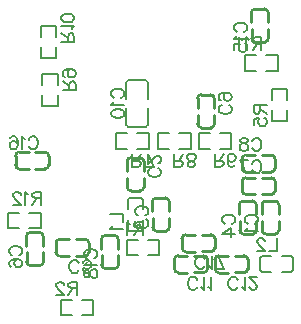
<source format=gbo>
G04 Layer: BottomSilkscreenLayer*
G04 EasyEDA v6.5.38, 2023-12-01 04:26:50*
G04 a14715bac62b4674aedb9b46894eb211,1c5aeea7b1c04971ae88c05baabc065b,10*
G04 Gerber Generator version 0.2*
G04 Scale: 100 percent, Rotated: No, Reflected: No *
G04 Dimensions in millimeters *
G04 leading zeros omitted , absolute positions ,4 integer and 5 decimal *
%FSLAX45Y45*%
%MOMM*%

%ADD10C,0.1524*%
%ADD11C,0.2540*%
%ADD12C,0.1520*%

%LPD*%
D10*
X2742691Y4595621D02*
G01*
X2732277Y4600955D01*
X2721863Y4611370D01*
X2716784Y4621529D01*
X2716784Y4642357D01*
X2721863Y4652771D01*
X2732277Y4663186D01*
X2742691Y4668520D01*
X2758440Y4673600D01*
X2784347Y4673600D01*
X2799841Y4668520D01*
X2810256Y4663186D01*
X2820670Y4652771D01*
X2825750Y4642357D01*
X2825750Y4621529D01*
X2820670Y4611370D01*
X2810256Y4600955D01*
X2799841Y4595621D01*
X2737611Y4561331D02*
G01*
X2732277Y4550918D01*
X2716784Y4535423D01*
X2825750Y4535423D01*
X1981708Y5069078D02*
G01*
X1992122Y5063744D01*
X2002536Y5053329D01*
X2007615Y5043170D01*
X2007615Y5022342D01*
X2002536Y5011928D01*
X1992122Y5001513D01*
X1981708Y4996179D01*
X1965959Y4991100D01*
X1940052Y4991100D01*
X1924557Y4996179D01*
X1914144Y5001513D01*
X1903729Y5011928D01*
X1898650Y5022342D01*
X1898650Y5043170D01*
X1903729Y5053329D01*
X1914144Y5063744D01*
X1924557Y5069078D01*
X1981708Y5108447D02*
G01*
X1986788Y5108447D01*
X1997202Y5113781D01*
X2002536Y5118862D01*
X2007615Y5129276D01*
X2007615Y5150104D01*
X2002536Y5160518D01*
X1997202Y5165597D01*
X1986788Y5170931D01*
X1976374Y5170931D01*
X1965959Y5165597D01*
X1950465Y5155184D01*
X1898650Y5103368D01*
X1898650Y5176012D01*
X1815592Y4666490D02*
G01*
X1805178Y4671824D01*
X1794763Y4682238D01*
X1789684Y4692398D01*
X1789684Y4713226D01*
X1794763Y4723640D01*
X1805178Y4734054D01*
X1815592Y4739388D01*
X1831339Y4744468D01*
X1857247Y4744468D01*
X1872742Y4739388D01*
X1883155Y4734054D01*
X1893570Y4723640D01*
X1898650Y4713226D01*
X1898650Y4692398D01*
X1893570Y4682238D01*
X1883155Y4671824D01*
X1872742Y4666490D01*
X1789684Y4621786D02*
G01*
X1789684Y4564636D01*
X1831339Y4595878D01*
X1831339Y4580384D01*
X1836420Y4569970D01*
X1841500Y4564636D01*
X1857247Y4559556D01*
X1867662Y4559556D01*
X1883155Y4564636D01*
X1893570Y4575050D01*
X1898650Y4590798D01*
X1898650Y4606292D01*
X1893570Y4621786D01*
X1888489Y4627120D01*
X1878076Y4632200D01*
X2552191Y4595621D02*
G01*
X2541777Y4600955D01*
X2531363Y4611370D01*
X2526284Y4621529D01*
X2526284Y4642357D01*
X2531363Y4652771D01*
X2541777Y4663186D01*
X2552191Y4668520D01*
X2567940Y4673600D01*
X2593847Y4673600D01*
X2609341Y4668520D01*
X2619756Y4663186D01*
X2630170Y4652771D01*
X2635250Y4642357D01*
X2635250Y4621529D01*
X2630170Y4611370D01*
X2619756Y4600955D01*
X2609341Y4595621D01*
X2526284Y4509515D02*
G01*
X2598927Y4561331D01*
X2598927Y4483354D01*
X2526284Y4509515D02*
G01*
X2635250Y4509515D01*
X1309878Y4203192D02*
G01*
X1304544Y4192778D01*
X1294129Y4182363D01*
X1283970Y4177284D01*
X1263142Y4177284D01*
X1252728Y4182363D01*
X1242313Y4192778D01*
X1236979Y4203192D01*
X1231900Y4218939D01*
X1231900Y4244847D01*
X1236979Y4260342D01*
X1242313Y4270755D01*
X1252728Y4281170D01*
X1263142Y4286250D01*
X1283970Y4286250D01*
X1294129Y4281170D01*
X1304544Y4270755D01*
X1309878Y4260342D01*
X1406397Y4177284D02*
G01*
X1354581Y4177284D01*
X1349247Y4224020D01*
X1354581Y4218939D01*
X1370076Y4213605D01*
X1385570Y4213605D01*
X1401318Y4218939D01*
X1411731Y4229100D01*
X1416812Y4244847D01*
X1416812Y4255262D01*
X1411731Y4270755D01*
X1401318Y4281170D01*
X1385570Y4286250D01*
X1370076Y4286250D01*
X1354581Y4281170D01*
X1349247Y4276089D01*
X1344168Y4265676D01*
X748792Y4328921D02*
G01*
X738378Y4334255D01*
X727963Y4344670D01*
X722884Y4354829D01*
X722884Y4375657D01*
X727963Y4386071D01*
X738378Y4396486D01*
X748792Y4401820D01*
X764539Y4406900D01*
X790447Y4406900D01*
X805942Y4401820D01*
X816355Y4396486D01*
X826770Y4386071D01*
X831850Y4375657D01*
X831850Y4354829D01*
X826770Y4344670D01*
X816355Y4334255D01*
X805942Y4328921D01*
X738378Y4232402D02*
G01*
X727963Y4237481D01*
X722884Y4253229D01*
X722884Y4263389D01*
X727963Y4279137D01*
X743712Y4289552D01*
X769620Y4294631D01*
X795528Y4294631D01*
X816355Y4289552D01*
X826770Y4279137D01*
X831850Y4263389D01*
X831850Y4258310D01*
X826770Y4242815D01*
X816355Y4232402D01*
X800862Y4227068D01*
X795528Y4227068D01*
X780034Y4232402D01*
X769620Y4242815D01*
X764539Y4258310D01*
X764539Y4263389D01*
X769620Y4279137D01*
X780034Y4289552D01*
X795528Y4294631D01*
X2779522Y5105907D02*
G01*
X2784856Y5116321D01*
X2795270Y5126736D01*
X2805429Y5131815D01*
X2826258Y5131815D01*
X2836672Y5126736D01*
X2847086Y5116321D01*
X2852420Y5105907D01*
X2857500Y5090160D01*
X2857500Y5064252D01*
X2852420Y5048757D01*
X2847086Y5038344D01*
X2836672Y5027929D01*
X2826258Y5022850D01*
X2805429Y5022850D01*
X2795270Y5027929D01*
X2784856Y5038344D01*
X2779522Y5048757D01*
X2672588Y5131815D02*
G01*
X2724404Y5022850D01*
X2745231Y5131815D02*
G01*
X2672588Y5131815D01*
X2779522Y5296407D02*
G01*
X2784856Y5306821D01*
X2795270Y5317236D01*
X2805429Y5322315D01*
X2826258Y5322315D01*
X2836672Y5317236D01*
X2847086Y5306821D01*
X2852420Y5296407D01*
X2857500Y5280660D01*
X2857500Y5254752D01*
X2852420Y5239257D01*
X2847086Y5228844D01*
X2836672Y5218429D01*
X2826258Y5213350D01*
X2805429Y5213350D01*
X2795270Y5218429D01*
X2784856Y5228844D01*
X2779522Y5239257D01*
X2719324Y5322315D02*
G01*
X2734818Y5317236D01*
X2740152Y5306821D01*
X2740152Y5296407D01*
X2734818Y5285994D01*
X2724404Y5280660D01*
X2703829Y5275579D01*
X2688081Y5270500D01*
X2677668Y5260086D01*
X2672588Y5249671D01*
X2672588Y5233923D01*
X2677668Y5223510D01*
X2683002Y5218429D01*
X2698495Y5213350D01*
X2719324Y5213350D01*
X2734818Y5218429D01*
X2740152Y5223510D01*
X2745231Y5233923D01*
X2745231Y5249671D01*
X2740152Y5260086D01*
X2729738Y5270500D01*
X2713990Y5275579D01*
X2693415Y5280660D01*
X2683002Y5285994D01*
X2677668Y5296407D01*
X2677668Y5306821D01*
X2683002Y5317236D01*
X2698495Y5322315D01*
X2719324Y5322315D01*
X2578608Y5602478D02*
G01*
X2589022Y5597144D01*
X2599436Y5586729D01*
X2604515Y5576570D01*
X2604515Y5555742D01*
X2599436Y5545328D01*
X2589022Y5534913D01*
X2578608Y5529579D01*
X2562859Y5524500D01*
X2536952Y5524500D01*
X2521458Y5529579D01*
X2511043Y5534913D01*
X2500629Y5545328D01*
X2495550Y5555742D01*
X2495550Y5576570D01*
X2500629Y5586729D01*
X2511043Y5597144D01*
X2521458Y5602478D01*
X2568193Y5704331D02*
G01*
X2552700Y5698997D01*
X2542286Y5688584D01*
X2536952Y5673089D01*
X2536952Y5668010D01*
X2542286Y5652262D01*
X2552700Y5641847D01*
X2568193Y5636768D01*
X2573274Y5636768D01*
X2589022Y5641847D01*
X2599436Y5652262D01*
X2604515Y5668010D01*
X2604515Y5673089D01*
X2599436Y5688584D01*
X2589022Y5698997D01*
X2568193Y5704331D01*
X2542286Y5704331D01*
X2516124Y5698997D01*
X2500629Y5688584D01*
X2495550Y5673089D01*
X2495550Y5662676D01*
X2500629Y5647181D01*
X2511043Y5641847D01*
X2313177Y4063492D02*
G01*
X2307843Y4053078D01*
X2297429Y4042663D01*
X2287270Y4037584D01*
X2266441Y4037584D01*
X2256027Y4042663D01*
X2245613Y4053078D01*
X2240279Y4063492D01*
X2235200Y4079239D01*
X2235200Y4105147D01*
X2240279Y4120642D01*
X2245613Y4131055D01*
X2256027Y4141470D01*
X2266441Y4146550D01*
X2287270Y4146550D01*
X2297429Y4141470D01*
X2307843Y4131055D01*
X2313177Y4120642D01*
X2347468Y4058412D02*
G01*
X2357881Y4053078D01*
X2373375Y4037584D01*
X2373375Y4146550D01*
X2407665Y4058412D02*
G01*
X2418079Y4053078D01*
X2433574Y4037584D01*
X2433574Y4146550D01*
X2656077Y4063492D02*
G01*
X2650743Y4053078D01*
X2640329Y4042663D01*
X2630170Y4037584D01*
X2609341Y4037584D01*
X2598927Y4042663D01*
X2588513Y4053078D01*
X2583179Y4063492D01*
X2578100Y4079239D01*
X2578100Y4105147D01*
X2583179Y4120642D01*
X2588513Y4131055D01*
X2598927Y4141470D01*
X2609341Y4146550D01*
X2630170Y4146550D01*
X2640329Y4141470D01*
X2650743Y4131055D01*
X2656077Y4120642D01*
X2690368Y4058412D02*
G01*
X2700781Y4053078D01*
X2716275Y4037584D01*
X2716275Y4146550D01*
X2755900Y4063492D02*
G01*
X2755900Y4058412D01*
X2760979Y4047997D01*
X2766059Y4042663D01*
X2776474Y4037584D01*
X2797302Y4037584D01*
X2807715Y4042663D01*
X2813050Y4047997D01*
X2818129Y4058412D01*
X2818129Y4068826D01*
X2813050Y4079239D01*
X2802636Y4094734D01*
X2750565Y4146550D01*
X2823209Y4146550D01*
X2653791Y6221221D02*
G01*
X2643377Y6226555D01*
X2632963Y6236970D01*
X2627884Y6247129D01*
X2627884Y6267957D01*
X2632963Y6278371D01*
X2643377Y6288786D01*
X2653791Y6294120D01*
X2669540Y6299200D01*
X2695447Y6299200D01*
X2710941Y6294120D01*
X2721356Y6288786D01*
X2731770Y6278371D01*
X2736850Y6267957D01*
X2736850Y6247129D01*
X2731770Y6236970D01*
X2721356Y6226555D01*
X2710941Y6221221D01*
X2648711Y6186931D02*
G01*
X2643377Y6176518D01*
X2627884Y6161023D01*
X2736850Y6161023D01*
X2627884Y6064250D02*
G01*
X2627884Y6116320D01*
X2674620Y6121400D01*
X2669540Y6116320D01*
X2664206Y6100826D01*
X2664206Y6085078D01*
X2669540Y6069584D01*
X2679700Y6059170D01*
X2695447Y6054089D01*
X2705861Y6054089D01*
X2721356Y6059170D01*
X2731770Y6069584D01*
X2736850Y6085078D01*
X2736850Y6100826D01*
X2731770Y6116320D01*
X2726690Y6121400D01*
X2716275Y6126734D01*
X887221Y5309107D02*
G01*
X892555Y5319521D01*
X902970Y5329936D01*
X913129Y5335015D01*
X933957Y5335015D01*
X944371Y5329936D01*
X954786Y5319521D01*
X960120Y5309107D01*
X965200Y5293360D01*
X965200Y5267452D01*
X960120Y5251957D01*
X954786Y5241544D01*
X944371Y5231129D01*
X933957Y5226050D01*
X913129Y5226050D01*
X902970Y5231129D01*
X892555Y5241544D01*
X887221Y5251957D01*
X852931Y5314187D02*
G01*
X842518Y5319521D01*
X827023Y5335015D01*
X827023Y5226050D01*
X730250Y5319521D02*
G01*
X735584Y5329936D01*
X751078Y5335015D01*
X761492Y5335015D01*
X777239Y5329936D01*
X787400Y5314187D01*
X792734Y5288279D01*
X792734Y5262371D01*
X787400Y5241544D01*
X777239Y5231129D01*
X761492Y5226050D01*
X756412Y5226050D01*
X740663Y5231129D01*
X730250Y5241544D01*
X725170Y5257037D01*
X725170Y5262371D01*
X730250Y5277865D01*
X740663Y5288279D01*
X756412Y5293360D01*
X761492Y5293360D01*
X777239Y5288279D01*
X787400Y5277865D01*
X792734Y5262371D01*
X2376677Y4241292D02*
G01*
X2371343Y4230878D01*
X2360929Y4220463D01*
X2350770Y4215384D01*
X2329941Y4215384D01*
X2319527Y4220463D01*
X2309113Y4230878D01*
X2303779Y4241292D01*
X2298700Y4257039D01*
X2298700Y4282947D01*
X2303779Y4298442D01*
X2309113Y4308855D01*
X2319527Y4319270D01*
X2329941Y4324350D01*
X2350770Y4324350D01*
X2360929Y4319270D01*
X2371343Y4308855D01*
X2376677Y4298442D01*
X2410968Y4236212D02*
G01*
X2421381Y4230878D01*
X2436875Y4215384D01*
X2436875Y4324350D01*
X2543809Y4215384D02*
G01*
X2491993Y4324350D01*
X2471165Y4215384D02*
G01*
X2543809Y4215384D01*
X1383792Y4303521D02*
G01*
X1373378Y4308855D01*
X1362963Y4319270D01*
X1357884Y4329429D01*
X1357884Y4350257D01*
X1362963Y4360671D01*
X1373378Y4371086D01*
X1383792Y4376420D01*
X1399539Y4381500D01*
X1425447Y4381500D01*
X1440942Y4376420D01*
X1451355Y4371086D01*
X1461770Y4360671D01*
X1466850Y4350257D01*
X1466850Y4329429D01*
X1461770Y4319270D01*
X1451355Y4308855D01*
X1440942Y4303521D01*
X1378712Y4269231D02*
G01*
X1373378Y4258818D01*
X1357884Y4243323D01*
X1466850Y4243323D01*
X1357884Y4183126D02*
G01*
X1362963Y4198620D01*
X1373378Y4203700D01*
X1383792Y4203700D01*
X1394205Y4198620D01*
X1399539Y4188205D01*
X1404620Y4167378D01*
X1409700Y4151884D01*
X1420113Y4141470D01*
X1430528Y4136389D01*
X1446276Y4136389D01*
X1456689Y4141470D01*
X1461770Y4146550D01*
X1466850Y4162297D01*
X1466850Y4183126D01*
X1461770Y4198620D01*
X1456689Y4203700D01*
X1446276Y4209034D01*
X1430528Y4209034D01*
X1420113Y4203700D01*
X1409700Y4193539D01*
X1404620Y4177792D01*
X1399539Y4156963D01*
X1394205Y4146550D01*
X1383792Y4141470D01*
X1373378Y4141470D01*
X1362963Y4146550D01*
X1357884Y4162297D01*
X1357884Y4183126D01*
X1612392Y5662421D02*
G01*
X1601978Y5667755D01*
X1591563Y5678170D01*
X1586484Y5688329D01*
X1586484Y5709157D01*
X1591563Y5719571D01*
X1601978Y5729986D01*
X1612392Y5735320D01*
X1628139Y5740400D01*
X1654047Y5740400D01*
X1669542Y5735320D01*
X1679955Y5729986D01*
X1690370Y5719571D01*
X1695450Y5709157D01*
X1695450Y5688329D01*
X1690370Y5678170D01*
X1679955Y5667755D01*
X1669542Y5662421D01*
X1607312Y5628131D02*
G01*
X1601978Y5617718D01*
X1586484Y5602223D01*
X1695450Y5602223D01*
X1586484Y5536692D02*
G01*
X1591563Y5552439D01*
X1607312Y5562600D01*
X1633220Y5567934D01*
X1648713Y5567934D01*
X1674876Y5562600D01*
X1690370Y5552439D01*
X1695450Y5536692D01*
X1695450Y5526278D01*
X1690370Y5510784D01*
X1674876Y5500370D01*
X1648713Y5495289D01*
X1633220Y5495289D01*
X1607312Y5500370D01*
X1591563Y5510784D01*
X1586484Y5526278D01*
X1586484Y5536692D01*
X1573529Y4675187D02*
G01*
X1682495Y4675187D01*
X1682495Y4675187D02*
G01*
X1682495Y4612957D01*
X1594357Y4578667D02*
G01*
X1589023Y4568253D01*
X1573529Y4552505D01*
X1682495Y4552505D01*
X2986087Y4471670D02*
G01*
X2986087Y4362704D01*
X2986087Y4362704D02*
G01*
X2923857Y4362704D01*
X2884233Y4445762D02*
G01*
X2884233Y4450842D01*
X2879153Y4461255D01*
X2873819Y4466589D01*
X2863405Y4471670D01*
X2842577Y4471670D01*
X2832417Y4466589D01*
X2827083Y4461255D01*
X2822003Y4450842D01*
X2822003Y4440428D01*
X2827083Y4430013D01*
X2837497Y4414520D01*
X2889567Y4362704D01*
X2816669Y4362704D01*
X1854200Y4611115D02*
G01*
X1854200Y4502150D01*
X1854200Y4611115D02*
G01*
X1807463Y4611115D01*
X1791970Y4606036D01*
X1786636Y4600702D01*
X1781555Y4590287D01*
X1781555Y4579873D01*
X1786636Y4569460D01*
X1791970Y4564379D01*
X1807463Y4559300D01*
X1854200Y4559300D01*
X1817878Y4559300D02*
G01*
X1781555Y4502150D01*
X1747265Y4590287D02*
G01*
X1736852Y4595621D01*
X1721104Y4611115D01*
X1721104Y4502150D01*
X1295400Y4103115D02*
G01*
X1295400Y3994150D01*
X1295400Y4103115D02*
G01*
X1248663Y4103115D01*
X1233170Y4098036D01*
X1227836Y4092702D01*
X1222755Y4082287D01*
X1222755Y4071873D01*
X1227836Y4061460D01*
X1233170Y4056379D01*
X1248663Y4051300D01*
X1295400Y4051300D01*
X1259078Y4051300D02*
G01*
X1222755Y3994150D01*
X1183131Y4077207D02*
G01*
X1183131Y4082287D01*
X1178052Y4092702D01*
X1172718Y4098036D01*
X1162304Y4103115D01*
X1141729Y4103115D01*
X1131315Y4098036D01*
X1125981Y4092702D01*
X1120902Y4082287D01*
X1120902Y4071873D01*
X1125981Y4061460D01*
X1136395Y4045965D01*
X1188465Y3994150D01*
X1115568Y3994150D01*
X2792984Y5600700D02*
G01*
X2901950Y5600700D01*
X2792984Y5600700D02*
G01*
X2792984Y5553963D01*
X2798063Y5538470D01*
X2803397Y5533136D01*
X2813811Y5528055D01*
X2824225Y5528055D01*
X2834640Y5533136D01*
X2839720Y5538470D01*
X2844800Y5553963D01*
X2844800Y5600700D01*
X2844800Y5564378D02*
G01*
X2901950Y5528055D01*
X2792984Y5431281D02*
G01*
X2792984Y5483352D01*
X2839720Y5488431D01*
X2834640Y5483352D01*
X2829306Y5467604D01*
X2829306Y5452110D01*
X2834640Y5436615D01*
X2844800Y5426202D01*
X2860547Y5420868D01*
X2870961Y5420868D01*
X2886456Y5426202D01*
X2896870Y5436615D01*
X2901950Y5452110D01*
X2901950Y5467604D01*
X2896870Y5483352D01*
X2891790Y5488431D01*
X2881375Y5493765D01*
X2463800Y5078984D02*
G01*
X2463800Y5187950D01*
X2463800Y5078984D02*
G01*
X2510536Y5078984D01*
X2526029Y5084063D01*
X2531363Y5089397D01*
X2536443Y5099812D01*
X2536443Y5110226D01*
X2531363Y5120639D01*
X2526029Y5125720D01*
X2510536Y5130800D01*
X2463800Y5130800D01*
X2500122Y5130800D02*
G01*
X2536443Y5187950D01*
X2633218Y5094478D02*
G01*
X2627884Y5084063D01*
X2612390Y5078984D01*
X2601975Y5078984D01*
X2586481Y5084063D01*
X2576068Y5099812D01*
X2570734Y5125720D01*
X2570734Y5151628D01*
X2576068Y5172455D01*
X2586481Y5182870D01*
X2601975Y5187950D01*
X2607309Y5187950D01*
X2622804Y5182870D01*
X2633218Y5172455D01*
X2638297Y5156962D01*
X2638297Y5151628D01*
X2633218Y5136134D01*
X2622804Y5125720D01*
X2607309Y5120639D01*
X2601975Y5120639D01*
X2586481Y5125720D01*
X2576068Y5136134D01*
X2570734Y5151628D01*
X1765300Y5078984D02*
G01*
X1765300Y5187950D01*
X1765300Y5078984D02*
G01*
X1812036Y5078984D01*
X1827529Y5084063D01*
X1832863Y5089397D01*
X1837944Y5099812D01*
X1837944Y5110226D01*
X1832863Y5120639D01*
X1827529Y5125720D01*
X1812036Y5130800D01*
X1765300Y5130800D01*
X1801621Y5130800D02*
G01*
X1837944Y5187950D01*
X1945131Y5078984D02*
G01*
X1893062Y5187950D01*
X1872234Y5078984D02*
G01*
X1945131Y5078984D01*
X2120900Y5078984D02*
G01*
X2120900Y5187950D01*
X2120900Y5078984D02*
G01*
X2167636Y5078984D01*
X2183129Y5084063D01*
X2188463Y5089397D01*
X2193543Y5099812D01*
X2193543Y5110226D01*
X2188463Y5120639D01*
X2183129Y5125720D01*
X2167636Y5130800D01*
X2120900Y5130800D01*
X2157222Y5130800D02*
G01*
X2193543Y5187950D01*
X2253995Y5078984D02*
G01*
X2238247Y5084063D01*
X2233168Y5094478D01*
X2233168Y5104892D01*
X2238247Y5115305D01*
X2248661Y5120639D01*
X2269490Y5125720D01*
X2284984Y5130800D01*
X2295397Y5141213D01*
X2300731Y5151628D01*
X2300731Y5167376D01*
X2295397Y5177789D01*
X2290318Y5182870D01*
X2274570Y5187950D01*
X2253995Y5187950D01*
X2238247Y5182870D01*
X2233168Y5177789D01*
X2227834Y5167376D01*
X2227834Y5151628D01*
X2233168Y5141213D01*
X2243581Y5130800D01*
X2259075Y5125720D01*
X2279904Y5120639D01*
X2290318Y5115305D01*
X2295397Y5104892D01*
X2295397Y5094478D01*
X2290318Y5084063D01*
X2274570Y5078984D01*
X2253995Y5078984D01*
X1283715Y5727700D02*
G01*
X1174750Y5727700D01*
X1283715Y5727700D02*
G01*
X1283715Y5774436D01*
X1278636Y5789929D01*
X1273302Y5795263D01*
X1262887Y5800344D01*
X1252473Y5800344D01*
X1242060Y5795263D01*
X1236979Y5789929D01*
X1231900Y5774436D01*
X1231900Y5727700D01*
X1231900Y5764021D02*
G01*
X1174750Y5800344D01*
X1247394Y5902197D02*
G01*
X1231900Y5897118D01*
X1221486Y5886704D01*
X1216152Y5871210D01*
X1216152Y5865876D01*
X1221486Y5850381D01*
X1231900Y5839968D01*
X1247394Y5834634D01*
X1252473Y5834634D01*
X1268221Y5839968D01*
X1278636Y5850381D01*
X1283715Y5865876D01*
X1283715Y5871210D01*
X1278636Y5886704D01*
X1268221Y5897118D01*
X1247394Y5902197D01*
X1221486Y5902197D01*
X1195323Y5897118D01*
X1179829Y5886704D01*
X1174750Y5871210D01*
X1174750Y5860795D01*
X1179829Y5845047D01*
X1190244Y5839968D01*
X1271015Y6134100D02*
G01*
X1162050Y6134100D01*
X1271015Y6134100D02*
G01*
X1271015Y6180836D01*
X1265936Y6196329D01*
X1260602Y6201663D01*
X1250187Y6206744D01*
X1239773Y6206744D01*
X1229360Y6201663D01*
X1224279Y6196329D01*
X1219200Y6180836D01*
X1219200Y6134100D01*
X1219200Y6170421D02*
G01*
X1162050Y6206744D01*
X1250187Y6241034D02*
G01*
X1255521Y6251447D01*
X1271015Y6267195D01*
X1162050Y6267195D01*
X1271015Y6332473D02*
G01*
X1265936Y6316979D01*
X1250187Y6306565D01*
X1224279Y6301486D01*
X1208786Y6301486D01*
X1182623Y6306565D01*
X1167129Y6316979D01*
X1162050Y6332473D01*
X1162050Y6342887D01*
X1167129Y6358636D01*
X1182623Y6369050D01*
X1208786Y6374129D01*
X1224279Y6374129D01*
X1250187Y6369050D01*
X1265936Y6358636D01*
X1271015Y6342887D01*
X1271015Y6332473D01*
X2857500Y6173215D02*
G01*
X2857500Y6064250D01*
X2857500Y6173215D02*
G01*
X2810763Y6173215D01*
X2795270Y6168136D01*
X2789936Y6162802D01*
X2784856Y6152387D01*
X2784856Y6141973D01*
X2789936Y6131560D01*
X2795270Y6126479D01*
X2810763Y6121400D01*
X2857500Y6121400D01*
X2821177Y6121400D02*
G01*
X2784856Y6064250D01*
X2750565Y6152387D02*
G01*
X2740152Y6157721D01*
X2724404Y6173215D01*
X2724404Y6064250D01*
X2690113Y6152387D02*
G01*
X2679700Y6157721D01*
X2664206Y6173215D01*
X2664206Y6064250D01*
X990600Y4865115D02*
G01*
X990600Y4756150D01*
X990600Y4865115D02*
G01*
X943863Y4865115D01*
X928370Y4860036D01*
X923036Y4854702D01*
X917955Y4844287D01*
X917955Y4833873D01*
X923036Y4823460D01*
X928370Y4818379D01*
X943863Y4813300D01*
X990600Y4813300D01*
X954278Y4813300D02*
G01*
X917955Y4756150D01*
X883665Y4844287D02*
G01*
X873252Y4849621D01*
X857504Y4865115D01*
X857504Y4756150D01*
X818134Y4839207D02*
G01*
X818134Y4844287D01*
X812800Y4854702D01*
X807720Y4860036D01*
X797305Y4865115D01*
X776478Y4865115D01*
X766063Y4860036D01*
X760984Y4854702D01*
X755650Y4844287D01*
X755650Y4833873D01*
X760984Y4823460D01*
X771397Y4807965D01*
X823213Y4756150D01*
X750570Y4756150D01*
D11*
X2893722Y4509198D02*
G01*
X2973725Y4509198D01*
X2862737Y4620173D02*
G01*
X2862737Y4540176D01*
X3004703Y4620173D02*
G01*
X3004703Y4540176D01*
X2862155Y4677763D02*
G01*
X2862155Y4757762D01*
X2893138Y4788745D02*
G01*
X2973136Y4788745D01*
X3004116Y4677763D02*
G01*
X3004116Y4757762D01*
X1830677Y5155501D02*
G01*
X1750674Y5155501D01*
X1861662Y5044526D02*
G01*
X1861662Y5124523D01*
X1719696Y5044526D02*
G01*
X1719696Y5124523D01*
X1862244Y4986936D02*
G01*
X1862244Y4906937D01*
X1831261Y4875954D02*
G01*
X1751263Y4875954D01*
X1720283Y4986936D02*
G01*
X1720283Y4906937D01*
X1966622Y4534598D02*
G01*
X2046625Y4534598D01*
X1935637Y4645573D02*
G01*
X1935637Y4565576D01*
X2077603Y4645573D02*
G01*
X2077603Y4565576D01*
X1935055Y4703163D02*
G01*
X1935055Y4783162D01*
X1966038Y4814145D02*
G01*
X2046036Y4814145D01*
X2077016Y4703163D02*
G01*
X2077016Y4783162D01*
X2703222Y4509198D02*
G01*
X2783225Y4509198D01*
X2672237Y4620173D02*
G01*
X2672237Y4540176D01*
X2814203Y4620173D02*
G01*
X2814203Y4540176D01*
X2671655Y4677763D02*
G01*
X2671655Y4757762D01*
X2702638Y4788745D02*
G01*
X2782636Y4788745D01*
X2813616Y4677763D02*
G01*
X2813616Y4757762D01*
X1396301Y4354222D02*
G01*
X1396301Y4434225D01*
X1285326Y4323237D02*
G01*
X1365323Y4323237D01*
X1285326Y4465203D02*
G01*
X1365323Y4465203D01*
X1227736Y4322655D02*
G01*
X1147737Y4322655D01*
X1116754Y4353638D02*
G01*
X1116754Y4433636D01*
X1227736Y4464616D02*
G01*
X1147737Y4464616D01*
X899822Y4242498D02*
G01*
X979825Y4242498D01*
X868837Y4353473D02*
G01*
X868837Y4273476D01*
X1010803Y4353473D02*
G01*
X1010803Y4273476D01*
X868255Y4411063D02*
G01*
X868255Y4491062D01*
X899238Y4522045D02*
G01*
X979236Y4522045D01*
X1010216Y4411063D02*
G01*
X1010216Y4491062D01*
X2693098Y4954877D02*
G01*
X2693098Y4874874D01*
X2804073Y4985862D02*
G01*
X2724076Y4985862D01*
X2804073Y4843896D02*
G01*
X2724076Y4843896D01*
X2861663Y4986444D02*
G01*
X2941662Y4986444D01*
X2972645Y4955461D02*
G01*
X2972645Y4875463D01*
X2861663Y4844483D02*
G01*
X2941662Y4844483D01*
X2693098Y5145377D02*
G01*
X2693098Y5065374D01*
X2804073Y5176362D02*
G01*
X2724076Y5176362D01*
X2804073Y5034396D02*
G01*
X2724076Y5034396D01*
X2861663Y5176944D02*
G01*
X2941662Y5176944D01*
X2972645Y5145961D02*
G01*
X2972645Y5065963D01*
X2861663Y5034983D02*
G01*
X2941662Y5034983D01*
X2427577Y5688901D02*
G01*
X2347574Y5688901D01*
X2458562Y5577926D02*
G01*
X2458562Y5657923D01*
X2316596Y5577926D02*
G01*
X2316596Y5657923D01*
X2459144Y5520336D02*
G01*
X2459144Y5440337D01*
X2428161Y5409354D02*
G01*
X2348163Y5409354D01*
X2317183Y5520336D02*
G01*
X2317183Y5440337D01*
X2399601Y4214522D02*
G01*
X2399601Y4294525D01*
X2288626Y4183537D02*
G01*
X2368623Y4183537D01*
X2288626Y4325503D02*
G01*
X2368623Y4325503D01*
X2231036Y4182955D02*
G01*
X2151037Y4182955D01*
X2120054Y4213938D02*
G01*
X2120054Y4293936D01*
X2231036Y4324916D02*
G01*
X2151037Y4324916D01*
X2742501Y4214522D02*
G01*
X2742501Y4294525D01*
X2631526Y4183537D02*
G01*
X2711523Y4183537D01*
X2631526Y4325503D02*
G01*
X2711523Y4325503D01*
X2573936Y4182955D02*
G01*
X2493937Y4182955D01*
X2462954Y4213938D02*
G01*
X2462954Y4293936D01*
X2573936Y4324916D02*
G01*
X2493937Y4324916D01*
X2804822Y6134798D02*
G01*
X2884825Y6134798D01*
X2773837Y6245773D02*
G01*
X2773837Y6165776D01*
X2915803Y6245773D02*
G01*
X2915803Y6165776D01*
X2773255Y6303363D02*
G01*
X2773255Y6383362D01*
X2804238Y6414345D02*
G01*
X2884236Y6414345D01*
X2915216Y6303363D02*
G01*
X2915216Y6383362D01*
X775398Y5170777D02*
G01*
X775398Y5090774D01*
X886373Y5201762D02*
G01*
X806376Y5201762D01*
X886373Y5059796D02*
G01*
X806376Y5059796D01*
X943963Y5202344D02*
G01*
X1023962Y5202344D01*
X1054945Y5171361D02*
G01*
X1054945Y5091363D01*
X943963Y5060383D02*
G01*
X1023962Y5060383D01*
X2463101Y4392322D02*
G01*
X2463101Y4472325D01*
X2352126Y4361337D02*
G01*
X2432123Y4361337D01*
X2352126Y4503303D02*
G01*
X2432123Y4503303D01*
X2294536Y4360755D02*
G01*
X2214537Y4360755D01*
X2183554Y4391738D02*
G01*
X2183554Y4471736D01*
X2294536Y4502716D02*
G01*
X2214537Y4502716D01*
X1534822Y4217098D02*
G01*
X1614825Y4217098D01*
X1503837Y4328073D02*
G01*
X1503837Y4248076D01*
X1645803Y4328073D02*
G01*
X1645803Y4248076D01*
X1503255Y4385663D02*
G01*
X1503255Y4465662D01*
X1534238Y4496645D02*
G01*
X1614236Y4496645D01*
X1645216Y4385663D02*
G01*
X1645216Y4465662D01*
D10*
X1713039Y5432280D02*
G01*
X1713039Y5573280D01*
X1893760Y5573280D02*
G01*
X1893760Y5432280D01*
X1878520Y5417040D02*
G01*
X1728279Y5417040D01*
X1713039Y5794519D02*
G01*
X1713039Y5653519D01*
X1893760Y5653519D02*
G01*
X1893760Y5794519D01*
X1878520Y5809759D02*
G01*
X1728279Y5809759D01*
D12*
X1855835Y4800767D02*
G01*
X1855835Y4724567D01*
X1855835Y4547765D02*
G01*
X1855835Y4623965D01*
X1723715Y4547765D02*
G01*
X1723715Y4623965D01*
D10*
X1723715Y4547765D02*
G01*
X1738957Y4532536D01*
X1840600Y4532536D01*
X1855835Y4547765D01*
D12*
X1723715Y4800767D02*
G01*
X1723715Y4724567D01*
D10*
X1855835Y4800767D02*
G01*
X1840600Y4816010D01*
X1738957Y4816010D01*
X1723715Y4800767D01*
D12*
X3111667Y4189364D02*
G01*
X3035467Y4189364D01*
X2858665Y4189364D02*
G01*
X2934865Y4189364D01*
X2858665Y4321484D02*
G01*
X2934865Y4321484D01*
D10*
X2858665Y4321484D02*
G01*
X2843436Y4306242D01*
X2843436Y4204599D01*
X2858665Y4189364D01*
D12*
X3111667Y4321484D02*
G01*
X3035467Y4321484D01*
D10*
X3111667Y4189364D02*
G01*
X3126910Y4204599D01*
X3126910Y4306242D01*
X3111667Y4321484D01*
X1811578Y4328139D02*
G01*
X1715691Y4328139D01*
X1715691Y4460260D01*
X1811578Y4460260D01*
X1896821Y4328139D02*
G01*
X1992708Y4328139D01*
X1992708Y4460260D01*
X1896821Y4460260D01*
X1252778Y3820139D02*
G01*
X1156891Y3820139D01*
X1156891Y3952260D01*
X1252778Y3952260D01*
X1338021Y3820139D02*
G01*
X1433908Y3820139D01*
X1433908Y3952260D01*
X1338021Y3952260D01*
X3075960Y5558078D02*
G01*
X3075960Y5462191D01*
X2943839Y5462191D01*
X2943839Y5558078D01*
X3075960Y5643321D02*
G01*
X3075960Y5739208D01*
X2943839Y5739208D01*
X2943839Y5643321D01*
X2506421Y5361960D02*
G01*
X2602308Y5361960D01*
X2602308Y5229839D01*
X2506421Y5229839D01*
X2421178Y5361960D02*
G01*
X2325291Y5361960D01*
X2325291Y5229839D01*
X2421178Y5229839D01*
X1807921Y5361960D02*
G01*
X1903808Y5361960D01*
X1903808Y5229839D01*
X1807921Y5229839D01*
X1722678Y5361960D02*
G01*
X1626791Y5361960D01*
X1626791Y5229839D01*
X1722678Y5229839D01*
X2163521Y5361960D02*
G01*
X2259408Y5361960D01*
X2259408Y5229839D01*
X2163521Y5229839D01*
X2078278Y5361960D02*
G01*
X1982391Y5361960D01*
X1982391Y5229839D01*
X2078278Y5229839D01*
X1000739Y5770321D02*
G01*
X1000739Y5866208D01*
X1132860Y5866208D01*
X1132860Y5770321D01*
X1000739Y5685078D02*
G01*
X1000739Y5589191D01*
X1132860Y5589191D01*
X1132860Y5685078D01*
X988039Y6176721D02*
G01*
X988039Y6272608D01*
X1120160Y6272608D01*
X1120160Y6176721D01*
X988039Y6091478D02*
G01*
X988039Y5995591D01*
X1120160Y5995591D01*
X1120160Y6091478D01*
X2814878Y5890239D02*
G01*
X2718991Y5890239D01*
X2718991Y6022360D01*
X2814878Y6022360D01*
X2900121Y5890239D02*
G01*
X2996008Y5890239D01*
X2996008Y6022360D01*
X2900121Y6022360D01*
X808278Y4556739D02*
G01*
X712391Y4556739D01*
X712391Y4688860D01*
X808278Y4688860D01*
X893521Y4556739D02*
G01*
X989408Y4556739D01*
X989408Y4688860D01*
X893521Y4688860D01*
D11*
G75*
G01*
X2893139Y4788751D02*
G03*
X2862156Y4757768I0J-30983D01*
G75*
G01*
X3004122Y4757768D02*
G03*
X2973136Y4788751I-30983J0D01*
G75*
G01*
X2862737Y4540181D02*
G03*
X2893723Y4509199I30983J0D01*
G75*
G01*
X2973720Y4509199D02*
G03*
X3004703Y4540181I0J30982D01*
G75*
G01*
X1831261Y4875949D02*
G03*
X1862244Y4906932I0J30983D01*
G75*
G01*
X1720278Y4906932D02*
G03*
X1751264Y4875949I30983J0D01*
G75*
G01*
X1861663Y5124519D02*
G03*
X1830677Y5155501I-30983J0D01*
G75*
G01*
X1750680Y5155501D02*
G03*
X1719697Y5124519I0J-30982D01*
G75*
G01*
X1966039Y4814151D02*
G03*
X1935056Y4783168I0J-30983D01*
G75*
G01*
X2077022Y4783168D02*
G03*
X2046036Y4814151I-30983J0D01*
G75*
G01*
X1935637Y4565581D02*
G03*
X1966623Y4534599I30983J0D01*
G75*
G01*
X2046620Y4534599D02*
G03*
X2077603Y4565581I0J30982D01*
G75*
G01*
X2702639Y4788751D02*
G03*
X2671656Y4757768I0J-30983D01*
G75*
G01*
X2813622Y4757768D02*
G03*
X2782636Y4788751I-30983J0D01*
G75*
G01*
X2672237Y4540181D02*
G03*
X2703223Y4509199I30983J0D01*
G75*
G01*
X2783220Y4509199D02*
G03*
X2814203Y4540181I0J30982D01*
G75*
G01*
X1116749Y4353639D02*
G03*
X1147732Y4322656I30983J0D01*
G75*
G01*
X1147732Y4464622D02*
G03*
X1116749Y4433636I0J-30983D01*
G75*
G01*
X1365319Y4323237D02*
G03*
X1396301Y4354223I0J30983D01*
G75*
G01*
X1396301Y4434220D02*
G03*
X1365319Y4465203I-30982J0D01*
G75*
G01*
X899239Y4522051D02*
G03*
X868256Y4491068I0J-30983D01*
G75*
G01*
X1010222Y4491068D02*
G03*
X979236Y4522051I-30983J0D01*
G75*
G01*
X868837Y4273481D02*
G03*
X899823Y4242499I30983J0D01*
G75*
G01*
X979820Y4242499D02*
G03*
X1010803Y4273481I0J30982D01*
G75*
G01*
X2972651Y4955461D02*
G03*
X2941668Y4986444I-30983J0D01*
G75*
G01*
X2941668Y4844478D02*
G03*
X2972651Y4875464I0J30983D01*
G75*
G01*
X2724081Y4985863D02*
G03*
X2693099Y4954877I0J-30983D01*
G75*
G01*
X2693099Y4874880D02*
G03*
X2724081Y4843897I30982J0D01*
G75*
G01*
X2972651Y5145961D02*
G03*
X2941668Y5176944I-30983J0D01*
G75*
G01*
X2941668Y5034978D02*
G03*
X2972651Y5065964I0J30983D01*
G75*
G01*
X2724081Y5176363D02*
G03*
X2693099Y5145377I0J-30983D01*
G75*
G01*
X2693099Y5065380D02*
G03*
X2724081Y5034397I30982J0D01*
G75*
G01*
X2428161Y5409349D02*
G03*
X2459144Y5440332I0J30983D01*
G75*
G01*
X2317178Y5440332D02*
G03*
X2348164Y5409349I30983J0D01*
G75*
G01*
X2458563Y5657919D02*
G03*
X2427577Y5688901I-30983J0D01*
G75*
G01*
X2347580Y5688901D02*
G03*
X2316597Y5657919I0J-30982D01*
G75*
G01*
X2120049Y4213939D02*
G03*
X2151032Y4182956I30983J0D01*
G75*
G01*
X2151032Y4324922D02*
G03*
X2120049Y4293936I0J-30983D01*
G75*
G01*
X2368619Y4183537D02*
G03*
X2399601Y4214523I0J30983D01*
G75*
G01*
X2399601Y4294520D02*
G03*
X2368619Y4325503I-30982J0D01*
G75*
G01*
X2462949Y4213939D02*
G03*
X2493932Y4182956I30983J0D01*
G75*
G01*
X2493932Y4324922D02*
G03*
X2462949Y4293936I0J-30983D01*
G75*
G01*
X2711519Y4183537D02*
G03*
X2742501Y4214523I0J30983D01*
G75*
G01*
X2742501Y4294520D02*
G03*
X2711519Y4325503I-30982J0D01*
G75*
G01*
X2804239Y6414351D02*
G03*
X2773256Y6383368I0J-30983D01*
G75*
G01*
X2915222Y6383368D02*
G03*
X2884236Y6414351I-30983J0D01*
G75*
G01*
X2773837Y6165781D02*
G03*
X2804823Y6134799I30983J0D01*
G75*
G01*
X2884820Y6134799D02*
G03*
X2915803Y6165781I0J30982D01*
G75*
G01*
X1054951Y5171361D02*
G03*
X1023968Y5202344I-30983J0D01*
G75*
G01*
X1023968Y5060378D02*
G03*
X1054951Y5091364I0J30983D01*
G75*
G01*
X806381Y5201763D02*
G03*
X775399Y5170777I0J-30983D01*
G75*
G01*
X775399Y5090780D02*
G03*
X806381Y5059797I30982J0D01*
G75*
G01*
X2183549Y4391739D02*
G03*
X2214532Y4360756I30983J0D01*
G75*
G01*
X2214532Y4502722D02*
G03*
X2183549Y4471736I0J-30983D01*
G75*
G01*
X2432119Y4361337D02*
G03*
X2463101Y4392323I0J30983D01*
G75*
G01*
X2463101Y4472320D02*
G03*
X2432119Y4503303I-30982J0D01*
G75*
G01*
X1534239Y4496651D02*
G03*
X1503256Y4465668I0J-30983D01*
G75*
G01*
X1645222Y4465668D02*
G03*
X1614236Y4496651I-30983J0D01*
G75*
G01*
X1503837Y4248081D02*
G03*
X1534823Y4217099I30983J0D01*
G75*
G01*
X1614820Y4217099D02*
G03*
X1645803Y4248081I0J30982D01*
D10*
G75*
G01*
X1893760Y5432280D02*
G02*
X1878520Y5417040I-15240J0D01*
G75*
G01*
X1728280Y5417040D02*
G02*
X1713040Y5432280I0J15240D01*
G75*
G01*
X1893760Y5794520D02*
G03*
X1878520Y5809760I-15240J0D01*
G75*
G01*
X1728280Y5809760D02*
G03*
X1713040Y5794520I0J-15240D01*
M02*

</source>
